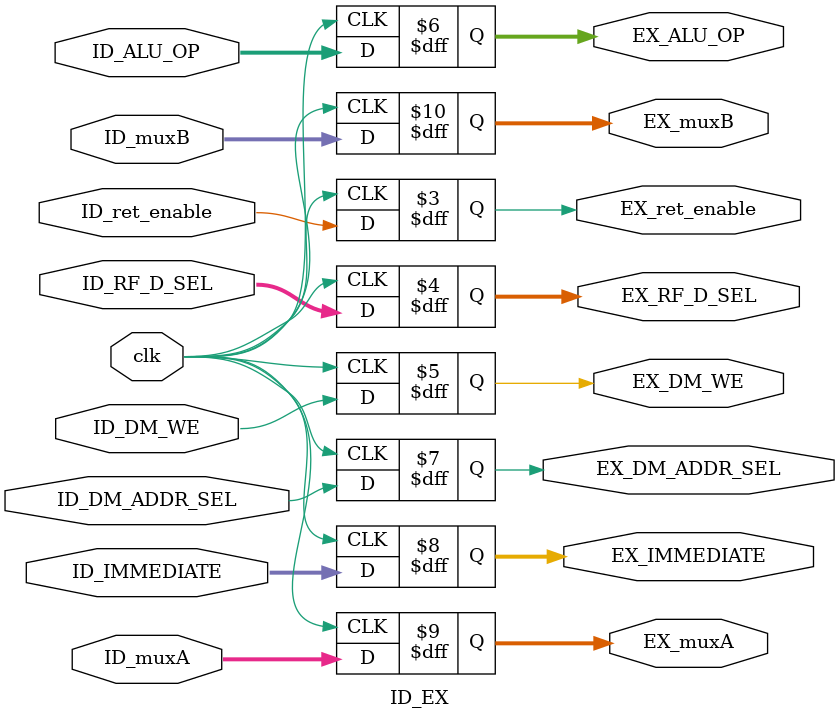
<source format=sv>
module ID_EX(
	input logic clk,
	input logic ID_ret_enable,
	input logic [1:0]ID_RF_D_SEL,
	input logic ID_DM_WE,
	//input logic IF_RF_WE,
	//input logic [1:0]IF_RD_SEL,
	input logic [4:0]ID_ALU_OP,
	input logic ID_DM_ADDR_SEL,
	input logic [15:0]ID_IMMEDIATE,
	input logic [31:0]ID_muxA,
	input logic [31:0]ID_muxB,
	output logic EX_ret_enable,
	output logic [1:0]EX_RF_D_SEL,
	output logic EX_DM_WE,
	//output logic ID_RF_WE,
	//output logic [1:0]ID_RD_SEL,
	output logic [4:0]EX_ALU_OP,
	output logic EX_DM_ADDR_SEL,
	output logic [15:0]EX_IMMEDIATE,
	output logic [31:0]EX_muxA,
	output logic [31:0]EX_muxB
);

`define SIMULATION
`ifdef SIMULATION
initial begin
	EX_ret_enable = 0;
	EX_RF_D_SEL = 0;
	EX_DM_WE = 0;
	//ID_RF_WE = 0;
	//ID_RD_SEL = 0;
	EX_ALU_OP = 0;
	EX_DM_ADDR_SEL = 0;
	EX_IMMEDIATE = 0;
	EX_muxA = 0;
	EX_muxB = 0;
end
`endif

always @(posedge clk) begin
	EX_ret_enable = ID_ret_enable;
	EX_RF_D_SEL = ID_RF_D_SEL;
	EX_DM_WE = ID_DM_WE;
	//ID_RF_WE = IF_RF_WE;
	//ID_RD_SEL = IF_RD_SEL;
	EX_ALU_OP = ID_ALU_OP;
	EX_DM_ADDR_SEL = ID_DM_ADDR_SEL;
	EX_IMMEDIATE = ID_IMMEDIATE;
	EX_muxA = ID_muxA;
	EX_muxB = ID_muxB;
end

endmodule



</source>
